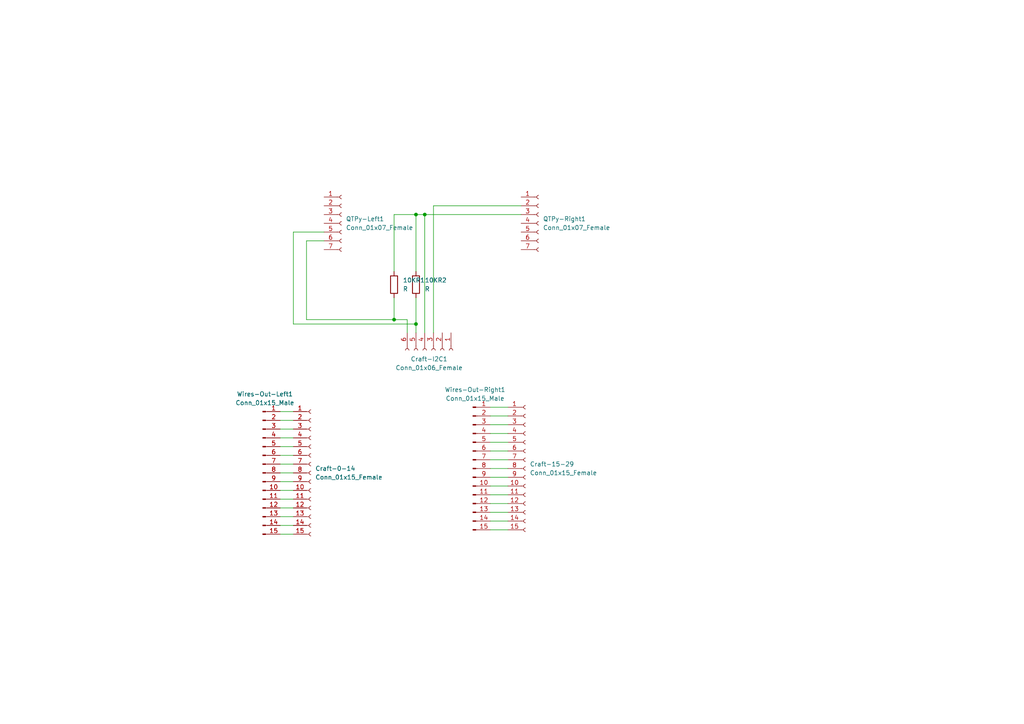
<source format=kicad_sch>
(kicad_sch (version 20211123) (generator eeschema)
  (paper "A4")
  (lib_symbols
    (symbol "Connector:Conn_01x06_Female" (pin_names (offset 1.016) hide)
      (property "Reference" "J" (at 0 7.62 0))
      (property "Value" "Conn_01x06_Female" (at 0 -10.16 0))
      (symbol "Conn_01x06_Female_1_1"
        (arc (start 0 -7.112) (mid -0.508 -7.62) (end 0 -8.128) (stroke (width 0.1524)))
        (arc (start 0 -4.572) (mid -0.508 -5.08) (end 0 -5.588) (stroke (width 0.1524)))
        (arc (start 0 -2.032) (mid -0.508 -2.54) (end 0 -3.048) (stroke (width 0.1524)))
        (polyline (pts (xy -1.27 -7.62) (xy -0.508 -7.62)) (stroke (width 0.1524)))
        (polyline (pts (xy -1.27 -5.08) (xy -0.508 -5.08)) (stroke (width 0.1524)))
        (polyline (pts (xy -1.27 -2.54) (xy -0.508 -2.54)) (stroke (width 0.1524)))
        (polyline (pts (xy -1.27 0) (xy -0.508 0)) (stroke (width 0.1524)))
        (polyline (pts (xy -1.27 2.54) (xy -0.508 2.54)) (stroke (width 0.1524)))
        (polyline (pts (xy -1.27 5.08) (xy -0.508 5.08)) (stroke (width 0.1524)))
        (arc (start 0 0.508) (mid -0.508 0) (end 0 -0.508) (stroke (width 0.1524)))
        (arc (start 0 3.048) (mid -0.508 2.54) (end 0 2.032) (stroke (width 0.1524)))
        (arc (start 0 5.588) (mid -0.508 5.08) (end 0 4.572) (stroke (width 0.1524)))
        (pin passive line (at -5.08 5.08 0) (length 3.81) (name "Pin_1") (number "1"))
        (pin passive line (at -5.08 2.54 0) (length 3.81) (name "Pin_2") (number "2"))
        (pin passive line (at -5.08 0 0) (length 3.81) (name "Pin_3") (number "3"))
        (pin passive line (at -5.08 -2.54 0) (length 3.81) (name "Pin_4") (number "4"))
        (pin passive line (at -5.08 -5.08 0) (length 3.81) (name "Pin_5") (number "5"))
        (pin passive line (at -5.08 -7.62 0) (length 3.81) (name "Pin_6") (number "6"))
      )
    )
    (symbol "Connector:Conn_01x07_Female" (pin_names (offset 1.016) hide)
      (property "Reference" "J" (at 0 10.16 0))
      (property "Value" "Conn_01x07_Female" (at 0 -10.16 0))
      (symbol "Conn_01x07_Female_1_1"
        (arc (start 0 -7.112) (mid -0.508 -7.62) (end 0 -8.128) (stroke (width 0.1524)))
        (arc (start 0 -4.572) (mid -0.508 -5.08) (end 0 -5.588) (stroke (width 0.1524)))
        (arc (start 0 -2.032) (mid -0.508 -2.54) (end 0 -3.048) (stroke (width 0.1524)))
        (polyline (pts (xy -1.27 -7.62) (xy -0.508 -7.62)) (stroke (width 0.1524)))
        (polyline (pts (xy -1.27 -5.08) (xy -0.508 -5.08)) (stroke (width 0.1524)))
        (polyline (pts (xy -1.27 -2.54) (xy -0.508 -2.54)) (stroke (width 0.1524)))
        (polyline (pts (xy -1.27 0) (xy -0.508 0)) (stroke (width 0.1524)))
        (polyline (pts (xy -1.27 2.54) (xy -0.508 2.54)) (stroke (width 0.1524)))
        (polyline (pts (xy -1.27 5.08) (xy -0.508 5.08)) (stroke (width 0.1524)))
        (polyline (pts (xy -1.27 7.62) (xy -0.508 7.62)) (stroke (width 0.1524)))
        (arc (start 0 0.508) (mid -0.508 0) (end 0 -0.508) (stroke (width 0.1524)))
        (arc (start 0 3.048) (mid -0.508 2.54) (end 0 2.032) (stroke (width 0.1524)))
        (arc (start 0 5.588) (mid -0.508 5.08) (end 0 4.572) (stroke (width 0.1524)))
        (arc (start 0 8.128) (mid -0.508 7.62) (end 0 7.112) (stroke (width 0.1524)))
        (pin passive line (at -5.08 7.62 0) (length 3.81) (name "Pin_1") (number "1"))
        (pin passive line (at -5.08 5.08 0) (length 3.81) (name "Pin_2") (number "2"))
        (pin passive line (at -5.08 2.54 0) (length 3.81) (name "Pin_3") (number "3"))
        (pin passive line (at -5.08 0 0) (length 3.81) (name "Pin_4") (number "4"))
        (pin passive line (at -5.08 -2.54 0) (length 3.81) (name "Pin_5") (number "5"))
        (pin passive line (at -5.08 -5.08 0) (length 3.81) (name "Pin_6") (number "6"))
        (pin passive line (at -5.08 -7.62 0) (length 3.81) (name "Pin_7") (number "7"))
      )
    )
    (symbol "Connector:Conn_01x15_Female" (pin_names (offset 1.016) hide)
      (property "Reference" "J" (at 0 20.32 0))
      (property "Value" "Conn_01x15_Female" (at 0 -20.32 0))
      (symbol "Conn_01x15_Female_1_1"
        (arc (start 0 -17.272) (mid -0.508 -17.78) (end 0 -18.288) (stroke (width 0.1524)))
        (arc (start 0 -14.732) (mid -0.508 -15.24) (end 0 -15.748) (stroke (width 0.1524)))
        (arc (start 0 -12.192) (mid -0.508 -12.7) (end 0 -13.208) (stroke (width 0.1524)))
        (arc (start 0 -9.652) (mid -0.508 -10.16) (end 0 -10.668) (stroke (width 0.1524)))
        (arc (start 0 -7.112) (mid -0.508 -7.62) (end 0 -8.128) (stroke (width 0.1524)))
        (arc (start 0 -4.572) (mid -0.508 -5.08) (end 0 -5.588) (stroke (width 0.1524)))
        (arc (start 0 -2.032) (mid -0.508 -2.54) (end 0 -3.048) (stroke (width 0.1524)))
        (polyline (pts (xy -1.27 -17.78) (xy -0.508 -17.78)) (stroke (width 0.1524)))
        (polyline (pts (xy -1.27 -15.24) (xy -0.508 -15.24)) (stroke (width 0.1524)))
        (polyline (pts (xy -1.27 -12.7) (xy -0.508 -12.7)) (stroke (width 0.1524)))
        (polyline (pts (xy -1.27 -10.16) (xy -0.508 -10.16)) (stroke (width 0.1524)))
        (polyline (pts (xy -1.27 -7.62) (xy -0.508 -7.62)) (stroke (width 0.1524)))
        (polyline (pts (xy -1.27 -5.08) (xy -0.508 -5.08)) (stroke (width 0.1524)))
        (polyline (pts (xy -1.27 -2.54) (xy -0.508 -2.54)) (stroke (width 0.1524)))
        (polyline (pts (xy -1.27 0) (xy -0.508 0)) (stroke (width 0.1524)))
        (polyline (pts (xy -1.27 2.54) (xy -0.508 2.54)) (stroke (width 0.1524)))
        (polyline (pts (xy -1.27 5.08) (xy -0.508 5.08)) (stroke (width 0.1524)))
        (polyline (pts (xy -1.27 7.62) (xy -0.508 7.62)) (stroke (width 0.1524)))
        (polyline (pts (xy -1.27 10.16) (xy -0.508 10.16)) (stroke (width 0.1524)))
        (polyline (pts (xy -1.27 12.7) (xy -0.508 12.7)) (stroke (width 0.1524)))
        (polyline (pts (xy -1.27 15.24) (xy -0.508 15.24)) (stroke (width 0.1524)))
        (polyline (pts (xy -1.27 17.78) (xy -0.508 17.78)) (stroke (width 0.1524)))
        (arc (start 0 0.508) (mid -0.508 0) (end 0 -0.508) (stroke (width 0.1524)))
        (arc (start 0 3.048) (mid -0.508 2.54) (end 0 2.032) (stroke (width 0.1524)))
        (arc (start 0 5.588) (mid -0.508 5.08) (end 0 4.572) (stroke (width 0.1524)))
        (arc (start 0 8.128) (mid -0.508 7.62) (end 0 7.112) (stroke (width 0.1524)))
        (arc (start 0 10.668) (mid -0.508 10.16) (end 0 9.652) (stroke (width 0.1524)))
        (arc (start 0 13.208) (mid -0.508 12.7) (end 0 12.192) (stroke (width 0.1524)))
        (arc (start 0 15.748) (mid -0.508 15.24) (end 0 14.732) (stroke (width 0.1524)))
        (arc (start 0 18.288) (mid -0.508 17.78) (end 0 17.272) (stroke (width 0.1524)))
        (pin passive line (at -5.08 17.78 0) (length 3.81) (name "Pin_1") (number "1"))
        (pin passive line (at -5.08 -5.08 0) (length 3.81) (name "Pin_10") (number "10"))
        (pin passive line (at -5.08 -7.62 0) (length 3.81) (name "Pin_11") (number "11"))
        (pin passive line (at -5.08 -10.16 0) (length 3.81) (name "Pin_12") (number "12"))
        (pin passive line (at -5.08 -12.7 0) (length 3.81) (name "Pin_13") (number "13"))
        (pin passive line (at -5.08 -15.24 0) (length 3.81) (name "Pin_14") (number "14"))
        (pin passive line (at -5.08 -17.78 0) (length 3.81) (name "Pin_15") (number "15"))
        (pin passive line (at -5.08 15.24 0) (length 3.81) (name "Pin_2") (number "2"))
        (pin passive line (at -5.08 12.7 0) (length 3.81) (name "Pin_3") (number "3"))
        (pin passive line (at -5.08 10.16 0) (length 3.81) (name "Pin_4") (number "4"))
        (pin passive line (at -5.08 7.62 0) (length 3.81) (name "Pin_5") (number "5"))
        (pin passive line (at -5.08 5.08 0) (length 3.81) (name "Pin_6") (number "6"))
        (pin passive line (at -5.08 2.54 0) (length 3.81) (name "Pin_7") (number "7"))
        (pin passive line (at -5.08 0 0) (length 3.81) (name "Pin_8") (number "8"))
        (pin passive line (at -5.08 -2.54 0) (length 3.81) (name "Pin_9") (number "9"))
      )
    )
    (symbol "Connector:Conn_01x15_Male" (pin_names (offset 1.016) hide)
      (property "Reference" "J" (at 0 20.32 0))
      (property "Value" "Conn_01x15_Male" (at 0 -20.32 0))
      (symbol "Conn_01x15_Male_1_1"
        (polyline (pts (xy 1.27 -17.78) (xy 0.8636 -17.78)) (stroke (width 0.1524)))
        (polyline (pts (xy 1.27 -15.24) (xy 0.8636 -15.24)) (stroke (width 0.1524)))
        (polyline (pts (xy 1.27 -12.7) (xy 0.8636 -12.7)) (stroke (width 0.1524)))
        (polyline (pts (xy 1.27 -10.16) (xy 0.8636 -10.16)) (stroke (width 0.1524)))
        (polyline (pts (xy 1.27 -7.62) (xy 0.8636 -7.62)) (stroke (width 0.1524)))
        (polyline (pts (xy 1.27 -5.08) (xy 0.8636 -5.08)) (stroke (width 0.1524)))
        (polyline (pts (xy 1.27 -2.54) (xy 0.8636 -2.54)) (stroke (width 0.1524)))
        (polyline (pts (xy 1.27 0) (xy 0.8636 0)) (stroke (width 0.1524)))
        (polyline (pts (xy 1.27 2.54) (xy 0.8636 2.54)) (stroke (width 0.1524)))
        (polyline (pts (xy 1.27 5.08) (xy 0.8636 5.08)) (stroke (width 0.1524)))
        (polyline (pts (xy 1.27 7.62) (xy 0.8636 7.62)) (stroke (width 0.1524)))
        (polyline (pts (xy 1.27 10.16) (xy 0.8636 10.16)) (stroke (width 0.1524)))
        (polyline (pts (xy 1.27 12.7) (xy 0.8636 12.7)) (stroke (width 0.1524)))
        (polyline (pts (xy 1.27 15.24) (xy 0.8636 15.24)) (stroke (width 0.1524)))
        (polyline (pts (xy 1.27 17.78) (xy 0.8636 17.78)) (stroke (width 0.1524)))
        (rectangle (start 0.8636 -17.653) (end 0 -17.907) (stroke (width 0.1524)) (fill (type outline)))
        (rectangle (start 0.8636 -15.113) (end 0 -15.367) (stroke (width 0.1524)) (fill (type outline)))
        (rectangle (start 0.8636 -12.573) (end 0 -12.827) (stroke (width 0.1524)) (fill (type outline)))
        (rectangle (start 0.8636 -10.033) (end 0 -10.287) (stroke (width 0.1524)) (fill (type outline)))
        (rectangle (start 0.8636 -7.493) (end 0 -7.747) (stroke (width 0.1524)) (fill (type outline)))
        (rectangle (start 0.8636 -4.953) (end 0 -5.207) (stroke (width 0.1524)) (fill (type outline)))
        (rectangle (start 0.8636 -2.413) (end 0 -2.667) (stroke (width 0.1524)) (fill (type outline)))
        (rectangle (start 0.8636 0.127) (end 0 -0.127) (stroke (width 0.1524)) (fill (type outline)))
        (rectangle (start 0.8636 2.667) (end 0 2.413) (stroke (width 0.1524)) (fill (type outline)))
        (rectangle (start 0.8636 5.207) (end 0 4.953) (stroke (width 0.1524)) (fill (type outline)))
        (rectangle (start 0.8636 7.747) (end 0 7.493) (stroke (width 0.1524)) (fill (type outline)))
        (rectangle (start 0.8636 10.287) (end 0 10.033) (stroke (width 0.1524)) (fill (type outline)))
        (rectangle (start 0.8636 12.827) (end 0 12.573) (stroke (width 0.1524)) (fill (type outline)))
        (rectangle (start 0.8636 15.367) (end 0 15.113) (stroke (width 0.1524)) (fill (type outline)))
        (rectangle (start 0.8636 17.907) (end 0 17.653) (stroke (width 0.1524)) (fill (type outline)))
        (pin passive line (at 5.08 17.78 180) (length 3.81) (name "Pin_1") (number "1"))
        (pin passive line (at 5.08 -5.08 180) (length 3.81) (name "Pin_10") (number "10"))
        (pin passive line (at 5.08 -7.62 180) (length 3.81) (name "Pin_11") (number "11"))
        (pin passive line (at 5.08 -10.16 180) (length 3.81) (name "Pin_12") (number "12"))
        (pin passive line (at 5.08 -12.7 180) (length 3.81) (name "Pin_13") (number "13"))
        (pin passive line (at 5.08 -15.24 180) (length 3.81) (name "Pin_14") (number "14"))
        (pin passive line (at 5.08 -17.78 180) (length 3.81) (name "Pin_15") (number "15"))
        (pin passive line (at 5.08 15.24 180) (length 3.81) (name "Pin_2") (number "2"))
        (pin passive line (at 5.08 12.7 180) (length 3.81) (name "Pin_3") (number "3"))
        (pin passive line (at 5.08 10.16 180) (length 3.81) (name "Pin_4") (number "4"))
        (pin passive line (at 5.08 7.62 180) (length 3.81) (name "Pin_5") (number "5"))
        (pin passive line (at 5.08 5.08 180) (length 3.81) (name "Pin_6") (number "6"))
        (pin passive line (at 5.08 2.54 180) (length 3.81) (name "Pin_7") (number "7"))
        (pin passive line (at 5.08 0 180) (length 3.81) (name "Pin_8") (number "8"))
        (pin passive line (at 5.08 -2.54 180) (length 3.81) (name "Pin_9") (number "9"))
      )
    )
    (symbol "Device:R" (pin_numbers hide) (pin_names (offset 0))
      (property "Reference" "R" (at 2.032 0 90))
      (property "Value" "R" (at 0 0 90))
      (symbol "R_0_1"
        (rectangle (start -1.016 -2.54) (end 1.016 2.54) (stroke (width 0.254)))
      )
      (symbol "R_1_1"
        (pin passive line (at 0 3.81 270) (length 1.27) (name "~") (number "1"))
        (pin passive line (at 0 -3.81 90) (length 1.27) (name "~") (number "2"))
      )
    )
  )
  (junction (at 123.19 62.23))
  (junction (at 114.3 92.71))
  (junction (at 120.65 93.98))
  (junction (at 120.65 62.23))
  (wire (pts (xy 81.28 139.7) (xy 85.09 139.7)))
  (wire (pts (xy 81.28 121.92) (xy 85.09 121.92)))
  (wire (pts (xy 142.24 143.51) (xy 147.32 143.51)))
  (wire (pts (xy 85.09 93.98) (xy 120.65 93.98)))
  (wire (pts (xy 114.3 92.71) (xy 118.11 92.71)))
  (wire (pts (xy 120.65 86.36) (xy 120.65 93.98)))
  (wire (pts (xy 120.65 62.23) (xy 123.19 62.23)))
  (wire (pts (xy 142.24 151.13) (xy 147.32 151.13)))
  (wire (pts (xy 114.3 86.36) (xy 114.3 92.71)))
  (wire (pts (xy 81.28 134.62) (xy 85.09 134.62)))
  (wire (pts (xy 142.24 128.27) (xy 147.32 128.27)))
  (wire (pts (xy 142.24 118.11) (xy 147.32 118.11)))
  (wire (pts (xy 142.24 120.65) (xy 147.32 120.65)))
  (wire (pts (xy 123.19 62.23) (xy 123.19 96.52)))
  (wire (pts (xy 81.28 142.24) (xy 85.09 142.24)))
  (wire (pts (xy 142.24 133.35) (xy 147.32 133.35)))
  (wire (pts (xy 142.24 148.59) (xy 147.32 148.59)))
  (wire (pts (xy 93.98 69.85) (xy 88.9 69.85)))
  (wire (pts (xy 142.24 138.43) (xy 147.32 138.43)))
  (wire (pts (xy 151.13 59.69) (xy 125.73 59.69)))
  (wire (pts (xy 81.28 152.4) (xy 85.09 152.4)))
  (wire (pts (xy 85.09 67.31) (xy 85.09 93.98)))
  (wire (pts (xy 120.65 93.98) (xy 120.65 96.52)))
  (wire (pts (xy 81.28 149.86) (xy 85.09 149.86)))
  (wire (pts (xy 81.28 154.94) (xy 85.09 154.94)))
  (wire (pts (xy 114.3 62.23) (xy 120.65 62.23)))
  (wire (pts (xy 142.24 130.81) (xy 147.32 130.81)))
  (wire (pts (xy 125.73 59.69) (xy 125.73 96.52)))
  (wire (pts (xy 81.28 144.78) (xy 85.09 144.78)))
  (wire (pts (xy 81.28 137.16) (xy 85.09 137.16)))
  (wire (pts (xy 142.24 140.97) (xy 147.32 140.97)))
  (wire (pts (xy 88.9 69.85) (xy 88.9 92.71)))
  (wire (pts (xy 81.28 132.08) (xy 85.09 132.08)))
  (wire (pts (xy 81.28 119.38) (xy 85.09 119.38)))
  (wire (pts (xy 93.98 67.31) (xy 85.09 67.31)))
  (wire (pts (xy 142.24 135.89) (xy 147.32 135.89)))
  (wire (pts (xy 81.28 129.54) (xy 85.09 129.54)))
  (wire (pts (xy 142.24 153.67) (xy 147.32 153.67)))
  (wire (pts (xy 81.28 124.46) (xy 85.09 124.46)))
  (wire (pts (xy 142.24 125.73) (xy 147.32 125.73)))
  (wire (pts (xy 118.11 92.71) (xy 118.11 96.52)))
  (wire (pts (xy 114.3 62.23) (xy 114.3 78.74)))
  (wire (pts (xy 142.24 123.19) (xy 147.32 123.19)))
  (wire (pts (xy 81.28 127) (xy 85.09 127)))
  (wire (pts (xy 120.65 62.23) (xy 120.65 78.74)))
  (wire (pts (xy 123.19 62.23) (xy 151.13 62.23)))
  (wire (pts (xy 88.9 92.71) (xy 114.3 92.71)))
  (wire (pts (xy 81.28 147.32) (xy 85.09 147.32)))
  (wire (pts (xy 142.24 146.05) (xy 147.32 146.05)))
  (symbol (lib_id "Connector:Conn_01x07_Female") (at 156.21 64.77 0) (unit 1)
    (property "Reference" "QTPy-Right1" (at 157.48 63.4999 0) (effects (justify left)))
    (property "Value" "Conn_01x07_Female" (at 157.48 66.0399 0) (effects (justify left)))
    (property "Footprint" "Connector_PinHeader_2.54mm:PinHeader_1x07_P2.54mm_Vertical" (effects hide))
  )
  (symbol (lib_id "Connector:Conn_01x15_Male") (at 76.2 137.16 0) (unit 1)
    (property "Reference" "Wires-Out-Left1" (at 76.835 114.3 0))
    (property "Value" "Conn_01x15_Male" (at 76.835 116.84 0))
    (property "Footprint" "Connector_PinHeader_2.54mm:PinHeader_1x15_P2.54mm_Vertical" (effects hide))
  )
  (symbol (lib_id "Device:R") (at 120.65 82.55 0) (unit 1)
    (property "Reference" "10KR2" (at 123.19 81.2799 0) (effects (justify left)))
    (property "Value" "R" (at 123.19 83.8199 0) (effects (justify left)))
    (property "Footprint" "Resistor_THT:R_Axial_DIN0207_L6.3mm_D2.5mm_P10.16mm_Horizontal" (effects hide))
  )
  (symbol (lib_id "Connector:Conn_01x15_Male") (at 137.16 135.89 0) (unit 1)
    (property "Reference" "Wires-Out-Right1" (at 137.795 113.03 0))
    (property "Value" "Conn_01x15_Male" (at 137.795 115.57 0))
    (property "Footprint" "Connector_PinHeader_2.54mm:PinHeader_1x15_P2.54mm_Vertical" (effects hide))
  )
  (symbol (lib_id "Connector:Conn_01x15_Female") (at 152.4 135.89 0) (unit 1)
    (property "Reference" "Craft-15-29" (at 153.67 134.6199 0) (effects (justify left)))
    (property "Value" "Conn_01x15_Female" (at 153.67 137.1599 0) (effects (justify left)))
    (property "Footprint" "Connector_PinHeader_2.54mm:PinHeader_1x15_P2.54mm_Vertical" (effects hide))
  )
  (symbol (lib_id "Device:R") (at 114.3 82.55 0) (unit 1)
    (property "Reference" "10KR1" (at 116.84 81.2799 0) (effects (justify left)))
    (property "Value" "R" (at 116.84 83.8199 0) (effects (justify left)))
    (property "Footprint" "Resistor_THT:R_Axial_DIN0207_L6.3mm_D2.5mm_P10.16mm_Horizontal" (effects hide))
  )
  (symbol (lib_id "Connector:Conn_01x07_Female") (at 99.06 64.77 0) (unit 1)
    (property "Reference" "QTPy-Left1" (at 100.33 63.4999 0) (effects (justify left)))
    (property "Value" "Conn_01x07_Female" (at 100.33 66.0399 0) (effects (justify left)))
    (property "Footprint" "Connector_PinHeader_2.54mm:PinHeader_1x07_P2.54mm_Vertical" (effects hide))
  )
  (symbol (lib_id "Connector:Conn_01x06_Female") (at 125.73 101.6 270) (unit 1)
    (property "Reference" "Craft-I2C1" (at 124.46 104.14 90))
    (property "Value" "Conn_01x06_Female" (at 124.46 106.68 90))
    (property "Footprint" "Connector_PinHeader_2.54mm:PinHeader_1x06_P2.54mm_Vertical" (effects hide))
  )
  (symbol (lib_id "Connector:Conn_01x15_Female") (at 90.17 137.16 0) (unit 1)
    (property "Reference" "Craft-0-14" (at 91.44 135.8899 0) (effects (justify left)))
    (property "Value" "Conn_01x15_Female" (at 91.44 138.4299 0) (effects (justify left)))
    (property "Footprint" "Connector_PinHeader_2.54mm:PinHeader_1x15_P2.54mm_Vertical" (effects hide))
  )
)
</source>
